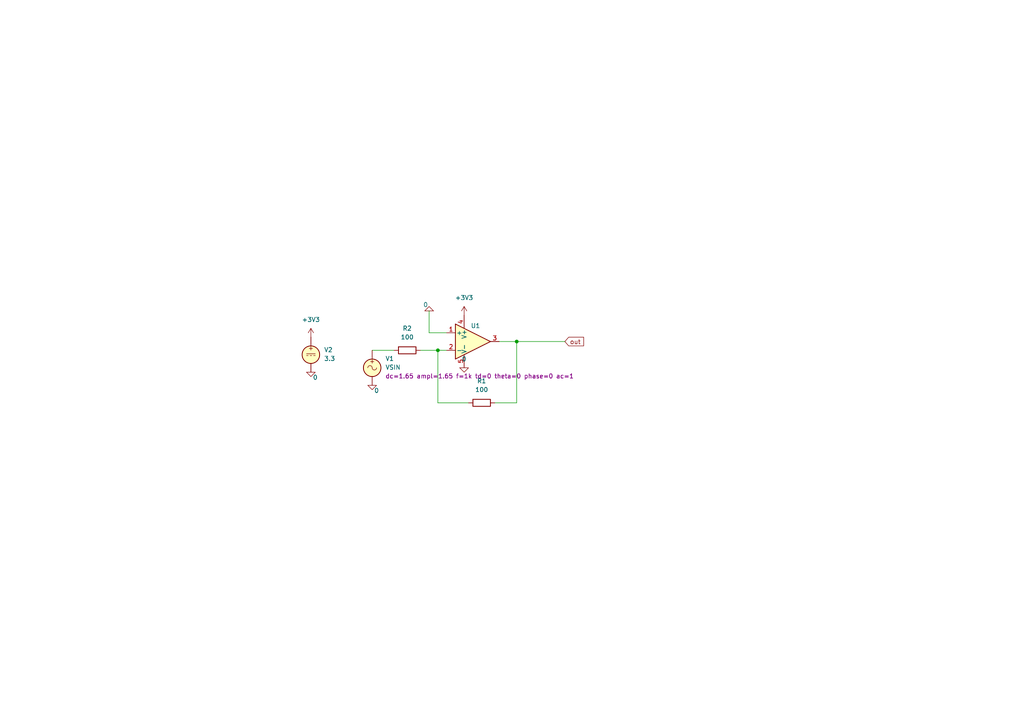
<source format=kicad_sch>
(kicad_sch (version 20230819) (generator eeschema)
  (paper "A4")
  (lib_symbols
    (symbol "Device:R" (pin_numbers hide) (pin_names (offset 0))
      (property "Reference" "R" (at 2.032 0 90))
      (property "Value" "R" (at 0 0 90))
      (symbol "R_0_1"
        (rectangle (start -1.016 -2.54) (end 1.016 2.54) (stroke (width 0.254)))
      )
      (symbol "R_1_1"
        (pin passive line (at 0 3.81 270) (length 1.27) (name "~") (number "1"))
        (pin passive line (at 0 -3.81 90) (length 1.27) (name "~") (number "2"))
      )
    )
    (symbol "Simulation_SPICE:0" (power) (pin_names (offset 0))
      (property "Value" "0" (at 0 -1.778 0))
      (symbol "0_0_1"
        (polyline (pts (xy -1.27 0) (xy 0 -1.27) (xy 1.27 0) (xy -1.27 0)))
      )
      (symbol "0_1_1"
        (pin power_in line (at 0 0 0) (length 0) hide (name "0") (number "1"))
      )
    )
    (symbol "Simulation_SPICE:OPAMP" (pin_names (offset 0.254))
      (property "Reference" "U" (at 3.81 3.175 0))
      (property "Value" "${SIM.PARAMS}" (at 3.81 -3.175 0))
      (symbol "OPAMP_0_1"
        (polyline (pts (xy 5.08 0) (xy -5.08 5.08) (xy -5.08 -5.08) (xy 5.08 0)) (stroke (width 0.254)) (fill (type background)))
      )
      (symbol "OPAMP_1_1"
        (pin input line (at -7.62 2.54 0) (length 2.54) (name "+") (number "1"))
        (pin input line (at -7.62 -2.54 0) (length 2.54) (name "-") (number "2"))
        (pin output line (at 7.62 0 180) (length 2.54) (name "~") (number "3"))
        (pin power_in line (at -2.54 7.62 270) (length 3.81) (name "V+") (number "4"))
        (pin power_in line (at -2.54 -7.62 90) (length 3.81) (name "V-") (number "5"))
      )
    )
    (symbol "Simulation_SPICE:VDC" (pin_numbers hide) (pin_names (offset 0.0254))
      (property "Reference" "V" (at 2.54 2.54 0))
      (property "Value" "1" (at 2.54 0 0))
      (symbol "VDC_0_0"
        (polyline (pts (xy -1.27 0.254) (xy 1.27 0.254)))
        (polyline (pts (xy -0.762 -0.254) (xy -1.27 -0.254)))
        (polyline (pts (xy 0.254 -0.254) (xy -0.254 -0.254)))
        (polyline (pts (xy 1.27 -0.254) (xy 0.762 -0.254)))
        (text "+" (at 0 1.905 0) (effects (font (size 1.27 1.27))))
      )
      (symbol "VDC_0_1"
        (circle (center 0 0) (radius 2.54) (stroke (width 0.254)) (fill (type background)))
      )
      (symbol "VDC_1_1"
        (pin passive line (at 0 5.08 270) (length 2.54) (name "~") (number "1"))
        (pin passive line (at 0 -5.08 90) (length 2.54) (name "~") (number "2"))
      )
    )
    (symbol "Simulation_SPICE:VSIN" (pin_numbers hide) (pin_names (offset 0.0254))
      (property "Reference" "V" (at 2.54 2.54 0))
      (property "Value" "VSIN" (at 2.54 0 0))
      (property "Sim.Params" "dc=0 ampl=1 f=1k ac=1" (at 2.54 -2.54 0))
      (symbol "VSIN_0_0"
        (arc (start 0 0) (mid -0.635 0.6323) (end -1.27 0))
        (arc (start 0 0) (mid 0.635 -0.6323) (end 1.27 0))
        (text "+" (at 0 1.905 0) (effects (font (size 1.27 1.27))))
      )
      (symbol "VSIN_0_1"
        (circle (center 0 0) (radius 2.54) (stroke (width 0.254)) (fill (type background)))
      )
      (symbol "VSIN_1_1"
        (pin passive line (at 0 5.08 270) (length 2.54) (name "~") (number "1"))
        (pin passive line (at 0 -5.08 90) (length 2.54) (name "~") (number "2"))
      )
    )
    (symbol "power:+3V3" (power) (pin_names (offset 0))
      (property "Value" "+3V3" (at 0 3.556 0))
      (symbol "+3V3_0_1"
        (polyline (pts (xy -0.762 1.27) (xy 0 2.54)))
        (polyline (pts (xy 0 0) (xy 0 2.54)))
        (polyline (pts (xy 0 2.54) (xy 0.762 1.27)))
      )
      (symbol "+3V3_1_1"
        (pin power_in line (at 0 0 90) (length 0) hide (name "+3V3") (number "1"))
      )
    )
  )
  (junction (at 127 101.6))
  (junction (at 149.86 99.06))
  (wire (pts (xy 149.86 99.06) (xy 163.83 99.06)))
  (wire (pts (xy 124.46 90.17) (xy 124.46 96.52)))
  (wire (pts (xy 124.46 96.52) (xy 129.54 96.52)))
  (wire (pts (xy 127 101.6) (xy 127 116.84)))
  (wire (pts (xy 127 116.84) (xy 135.89 116.84)))
  (wire (pts (xy 121.92 101.6) (xy 127 101.6)))
  (wire (pts (xy 144.78 99.06) (xy 149.86 99.06)))
  (wire (pts (xy 107.95 101.6) (xy 114.3 101.6)))
  (wire (pts (xy 149.86 116.84) (xy 149.86 99.06)))
  (wire (pts (xy 127 101.6) (xy 129.54 101.6)))
  (wire (pts (xy 143.51 116.84) (xy 149.86 116.84)))
  (global_label "out" (shape input) (at 163.83 99.06 0) (property "Intersheetrefs" "${INTERSHEET_REFS}" (effects hide)))
  (symbol (lib_id "power:+3V3") (at 90.17 97.79 0) (unit 1)
    (property "Reference" "#PWR01" (effects hide))
    (property "Value" "+3V3" (at 90.17 92.71 0))
    (property "Description" "Power symbol creates a global label with name \"+3V3\"" (effects hide))
  )
  (symbol (lib_id "power:+3V3") (at 134.62 91.44 0) (unit 1)
    (property "Reference" "#PWR02" (effects hide))
    (property "Value" "+3V3" (at 134.62 86.36 0))
    (property "Description" "Power symbol creates a global label with name \"+3V3\"" (effects hide))
  )
  (symbol (lib_id "Device:R") (at 118.11 101.6 90) (unit 1)
    (property "Reference" "R2" (at 118.11 95.25 90))
    (property "Value" "100" (at 118.11 97.79 90))
    (property "Description" "Resistor" (effects hide))
  )
  (symbol (lib_id "Simulation_SPICE:VDC") (at 90.17 102.87 0) (unit 1)
    (property "Reference" "V2" (at 93.98 101.4701 0) (effects (justify left)))
    (property "Value" "3.3" (at 93.98 104.0101 0) (effects (justify left)))
    (property "Description" "Voltage source, DC" (effects hide))
    (property "Sim.Pins" "1=+ 2=-" (effects hide))
    (property "Sim.Type" "DC" (effects hide))
    (property "Sim.Device" "V" (effects hide))
  )
  (symbol (lib_id "Simulation_SPICE:OPAMP") (at 137.16 99.06 0) (unit 1)
    (property "Reference" "U1" (at 137.922 94.488 0))
    (property "Value" "${SIM.PARAMS}" (effects hide))
    (property "Description" "Operational amplifier, single, node sequence=1:+ 2:- 3:OUT 4:V+ 5:V-" (effects hide))
    (property "Sim.Pins" "1=1 2=2 3=45 4=99 5=50" (effects hide))
    (property "Sim.Device" "SUBCKT" (effects hide))
    (property "Sim.Library" "/home/iwasz/Downloads/ad8551.cir" (effects hide))
    (property "Sim.Name" "AD8551" (effects hide))
  )
  (symbol (lib_id "Simulation_SPICE:0") (at 134.62 106.68 0) (unit 1)
    (property "Reference" "#GND02" (effects hide))
    (property "Value" "0" (at 134.62 104.14 0))
    (property "Description" "0V reference potential for simulation" (effects hide))
  )
  (symbol (lib_id "Device:R") (at 139.7 116.84 90) (unit 1)
    (property "Reference" "R1" (at 139.7 110.49 90))
    (property "Value" "100" (at 139.7 113.03 90))
    (property "Description" "Resistor" (effects hide))
  )
  (symbol (lib_id "Simulation_SPICE:0") (at 124.46 90.17 180) (unit 1)
    (property "Reference" "#GND01" (effects hide))
    (property "Value" "0" (at 123.444 88.392 0))
    (property "Description" "0V reference potential for simulation" (effects hide))
  )
  (symbol (lib_id "Simulation_SPICE:0") (at 90.17 107.95 0) (unit 1)
    (property "Reference" "#GND05" (effects hide))
    (property "Value" "0" (at 91.44 109.474 0))
    (property "Description" "0V reference potential for simulation" (effects hide))
  )
  (symbol (lib_id "Simulation_SPICE:0") (at 107.95 111.76 0) (unit 1)
    (property "Reference" "#GND03" (effects hide))
    (property "Value" "0" (at 109.22 113.284 0))
    (property "Description" "0V reference potential for simulation" (effects hide))
  )
  (symbol (lib_id "Simulation_SPICE:VSIN") (at 107.95 106.68 0) (unit 1)
    (property "Reference" "V1" (at 111.76 104.0101 0) (effects (justify left)))
    (property "Value" "VSIN" (at 111.76 106.5501 0) (effects (justify left)))
    (property "Description" "Voltage source, sinusoidal" (effects hide))
    (property "Sim.Pins" "1=+ 2=-" (effects hide))
    (property "Sim.Params" "dc=1.65 ampl=1.65 f=1k td=0 theta=0 phase=0 ac=1" (at 111.76 109.0901 0) (effects (justify left)))
    (property "Sim.Type" "SIN" (effects hide))
    (property "Sim.Device" "V" (effects hide))
  )
)
</source>
